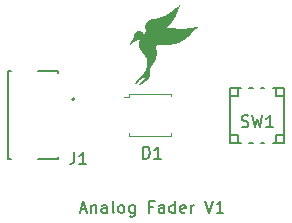
<source format=gbr>
G04 #@! TF.GenerationSoftware,KiCad,Pcbnew,(5.1.9)-1*
G04 #@! TF.CreationDate,2021-01-18T01:03:21-08:00*
G04 #@! TF.ProjectId,AnalogFaderV1,416e616c-6f67-4466-9164-657256312e6b,rev?*
G04 #@! TF.SameCoordinates,Original*
G04 #@! TF.FileFunction,Legend,Top*
G04 #@! TF.FilePolarity,Positive*
%FSLAX46Y46*%
G04 Gerber Fmt 4.6, Leading zero omitted, Abs format (unit mm)*
G04 Created by KiCad (PCBNEW (5.1.9)-1) date 2021-01-18 01:03:21*
%MOMM*%
%LPD*%
G01*
G04 APERTURE LIST*
%ADD10C,0.150000*%
%ADD11C,0.010000*%
%ADD12C,0.127000*%
%ADD13C,0.200000*%
%ADD14C,0.100000*%
G04 APERTURE END LIST*
D10*
X116431180Y-56884866D02*
X116907371Y-56884866D01*
X116335942Y-57170580D02*
X116669276Y-56170580D01*
X117002609Y-57170580D01*
X117335942Y-56503914D02*
X117335942Y-57170580D01*
X117335942Y-56599152D02*
X117383561Y-56551533D01*
X117478800Y-56503914D01*
X117621657Y-56503914D01*
X117716895Y-56551533D01*
X117764514Y-56646771D01*
X117764514Y-57170580D01*
X118669276Y-57170580D02*
X118669276Y-56646771D01*
X118621657Y-56551533D01*
X118526419Y-56503914D01*
X118335942Y-56503914D01*
X118240704Y-56551533D01*
X118669276Y-57122961D02*
X118574038Y-57170580D01*
X118335942Y-57170580D01*
X118240704Y-57122961D01*
X118193085Y-57027723D01*
X118193085Y-56932485D01*
X118240704Y-56837247D01*
X118335942Y-56789628D01*
X118574038Y-56789628D01*
X118669276Y-56742009D01*
X119288323Y-57170580D02*
X119193085Y-57122961D01*
X119145466Y-57027723D01*
X119145466Y-56170580D01*
X119812133Y-57170580D02*
X119716895Y-57122961D01*
X119669276Y-57075342D01*
X119621657Y-56980104D01*
X119621657Y-56694390D01*
X119669276Y-56599152D01*
X119716895Y-56551533D01*
X119812133Y-56503914D01*
X119954990Y-56503914D01*
X120050228Y-56551533D01*
X120097847Y-56599152D01*
X120145466Y-56694390D01*
X120145466Y-56980104D01*
X120097847Y-57075342D01*
X120050228Y-57122961D01*
X119954990Y-57170580D01*
X119812133Y-57170580D01*
X121002609Y-56503914D02*
X121002609Y-57313438D01*
X120954990Y-57408676D01*
X120907371Y-57456295D01*
X120812133Y-57503914D01*
X120669276Y-57503914D01*
X120574038Y-57456295D01*
X121002609Y-57122961D02*
X120907371Y-57170580D01*
X120716895Y-57170580D01*
X120621657Y-57122961D01*
X120574038Y-57075342D01*
X120526419Y-56980104D01*
X120526419Y-56694390D01*
X120574038Y-56599152D01*
X120621657Y-56551533D01*
X120716895Y-56503914D01*
X120907371Y-56503914D01*
X121002609Y-56551533D01*
X122574038Y-56646771D02*
X122240704Y-56646771D01*
X122240704Y-57170580D02*
X122240704Y-56170580D01*
X122716895Y-56170580D01*
X123526419Y-57170580D02*
X123526419Y-56646771D01*
X123478800Y-56551533D01*
X123383561Y-56503914D01*
X123193085Y-56503914D01*
X123097847Y-56551533D01*
X123526419Y-57122961D02*
X123431180Y-57170580D01*
X123193085Y-57170580D01*
X123097847Y-57122961D01*
X123050228Y-57027723D01*
X123050228Y-56932485D01*
X123097847Y-56837247D01*
X123193085Y-56789628D01*
X123431180Y-56789628D01*
X123526419Y-56742009D01*
X124431180Y-57170580D02*
X124431180Y-56170580D01*
X124431180Y-57122961D02*
X124335942Y-57170580D01*
X124145466Y-57170580D01*
X124050228Y-57122961D01*
X124002609Y-57075342D01*
X123954990Y-56980104D01*
X123954990Y-56694390D01*
X124002609Y-56599152D01*
X124050228Y-56551533D01*
X124145466Y-56503914D01*
X124335942Y-56503914D01*
X124431180Y-56551533D01*
X125288323Y-57122961D02*
X125193085Y-57170580D01*
X125002609Y-57170580D01*
X124907371Y-57122961D01*
X124859752Y-57027723D01*
X124859752Y-56646771D01*
X124907371Y-56551533D01*
X125002609Y-56503914D01*
X125193085Y-56503914D01*
X125288323Y-56551533D01*
X125335942Y-56646771D01*
X125335942Y-56742009D01*
X124859752Y-56837247D01*
X125764514Y-57170580D02*
X125764514Y-56503914D01*
X125764514Y-56694390D02*
X125812133Y-56599152D01*
X125859752Y-56551533D01*
X125954990Y-56503914D01*
X126050228Y-56503914D01*
X127002609Y-56170580D02*
X127335942Y-57170580D01*
X127669276Y-56170580D01*
X128526419Y-57170580D02*
X127954990Y-57170580D01*
X128240704Y-57170580D02*
X128240704Y-56170580D01*
X128145466Y-56313438D01*
X128050228Y-56408676D01*
X127954990Y-56456295D01*
D11*
G36*
X124779454Y-39584660D02*
G01*
X124779454Y-39584672D01*
X124778635Y-39586621D01*
X124776310Y-39591671D01*
X124772676Y-39599407D01*
X124767929Y-39609414D01*
X124762266Y-39621275D01*
X124755885Y-39634576D01*
X124750903Y-39644919D01*
X124705781Y-39739751D01*
X124660268Y-39837946D01*
X124614590Y-39939008D01*
X124568970Y-40042439D01*
X124523632Y-40147745D01*
X124519115Y-40158377D01*
X124508069Y-40184487D01*
X124498315Y-40207741D01*
X124489567Y-40228857D01*
X124481537Y-40248556D01*
X124473940Y-40267555D01*
X124466490Y-40286573D01*
X124458900Y-40306330D01*
X124450883Y-40327544D01*
X124442154Y-40350934D01*
X124438569Y-40360600D01*
X124428922Y-40385801D01*
X124418680Y-40410826D01*
X124407609Y-40436161D01*
X124395478Y-40462296D01*
X124382053Y-40489716D01*
X124367103Y-40518911D01*
X124350395Y-40550367D01*
X124332378Y-40583339D01*
X124284422Y-40666229D01*
X124232884Y-40747929D01*
X124177987Y-40828127D01*
X124119957Y-40906510D01*
X124059019Y-40982765D01*
X123995397Y-41056580D01*
X123977551Y-41076311D01*
X123967834Y-41087092D01*
X123960464Y-41095666D01*
X123955022Y-41102582D01*
X123951088Y-41108393D01*
X123948243Y-41113650D01*
X123947031Y-41116403D01*
X123938651Y-41133071D01*
X123928083Y-41147022D01*
X123914822Y-41158790D01*
X123898360Y-41168911D01*
X123896316Y-41169954D01*
X123891152Y-41172752D01*
X123885921Y-41176096D01*
X123880165Y-41180362D01*
X123873422Y-41185928D01*
X123865236Y-41193170D01*
X123855145Y-41202466D01*
X123844380Y-41212594D01*
X123833306Y-41222925D01*
X123822136Y-41233074D01*
X123811491Y-41242498D01*
X123801988Y-41250654D01*
X123794246Y-41257000D01*
X123790281Y-41260022D01*
X123782830Y-41265811D01*
X123773646Y-41273569D01*
X123763699Y-41282443D01*
X123753961Y-41291578D01*
X123750064Y-41295390D01*
X123740998Y-41304117D01*
X123731584Y-41312708D01*
X123722699Y-41320397D01*
X123715217Y-41326413D01*
X123712332Y-41328515D01*
X123705526Y-41333295D01*
X123696583Y-41339692D01*
X123686499Y-41346986D01*
X123676270Y-41354459D01*
X123672600Y-41357161D01*
X123647151Y-41375599D01*
X123622450Y-41392819D01*
X123599350Y-41408232D01*
X123589265Y-41414700D01*
X123569940Y-41427184D01*
X123553185Y-41438577D01*
X123539267Y-41448688D01*
X123528455Y-41457326D01*
X123524739Y-41460622D01*
X123513642Y-41470896D01*
X123520829Y-41472102D01*
X123529838Y-41473560D01*
X123542112Y-41475470D01*
X123557046Y-41477741D01*
X123574036Y-41480287D01*
X123592477Y-41483018D01*
X123611762Y-41485846D01*
X123631288Y-41488683D01*
X123650450Y-41491440D01*
X123668641Y-41494029D01*
X123685259Y-41496361D01*
X123699696Y-41498348D01*
X123708747Y-41499562D01*
X123745053Y-41504220D01*
X123778347Y-41508196D01*
X123809448Y-41511558D01*
X123839179Y-41514371D01*
X123868361Y-41516704D01*
X123897815Y-41518623D01*
X123928364Y-41520196D01*
X123960828Y-41521489D01*
X123987170Y-41522323D01*
X124008323Y-41522974D01*
X124026276Y-41523634D01*
X124041732Y-41524352D01*
X124055399Y-41525174D01*
X124067981Y-41526147D01*
X124080185Y-41527319D01*
X124092717Y-41528737D01*
X124103423Y-41530075D01*
X124197091Y-41541594D01*
X124287943Y-41551581D01*
X124376739Y-41560083D01*
X124464235Y-41567151D01*
X124551191Y-41572834D01*
X124638363Y-41577180D01*
X124726511Y-41580240D01*
X124816392Y-41582062D01*
X124908764Y-41582695D01*
X124914270Y-41582696D01*
X124982764Y-41582407D01*
X125048221Y-41581533D01*
X125111476Y-41580042D01*
X125173359Y-41577902D01*
X125234704Y-41575080D01*
X125296343Y-41571542D01*
X125359109Y-41567257D01*
X125412500Y-41563122D01*
X125453393Y-41559629D01*
X125495335Y-41555725D01*
X125537983Y-41551457D01*
X125580991Y-41546870D01*
X125624015Y-41542011D01*
X125666708Y-41536924D01*
X125708727Y-41531657D01*
X125749725Y-41526254D01*
X125789359Y-41520763D01*
X125827282Y-41515227D01*
X125863150Y-41509694D01*
X125896618Y-41504210D01*
X125927341Y-41498819D01*
X125954974Y-41493569D01*
X125979171Y-41488505D01*
X125986685Y-41486803D01*
X126020242Y-41479278D01*
X126054586Y-41472045D01*
X126088615Y-41465321D01*
X126121226Y-41459322D01*
X126151318Y-41454265D01*
X126153985Y-41453845D01*
X126167990Y-41451607D01*
X126182634Y-41449187D01*
X126196745Y-41446785D01*
X126209155Y-41444599D01*
X126217485Y-41443061D01*
X126230004Y-41440912D01*
X126239906Y-41439720D01*
X126246717Y-41439538D01*
X126248450Y-41439755D01*
X126254992Y-41441116D01*
X126245519Y-41447819D01*
X126234614Y-41455678D01*
X126221282Y-41465519D01*
X126206137Y-41476872D01*
X126189797Y-41489267D01*
X126172876Y-41502235D01*
X126155991Y-41515305D01*
X126139757Y-41528008D01*
X126124790Y-41539875D01*
X126123700Y-41540747D01*
X126045985Y-41605191D01*
X125970603Y-41672285D01*
X125897329Y-41742251D01*
X125825933Y-41815312D01*
X125756189Y-41891691D01*
X125707511Y-41948100D01*
X125687791Y-41970979D01*
X125665643Y-41995779D01*
X125641635Y-42021909D01*
X125616333Y-42048778D01*
X125590303Y-42075798D01*
X125564113Y-42102376D01*
X125538329Y-42127923D01*
X125513518Y-42151848D01*
X125497493Y-42166889D01*
X125422660Y-42234072D01*
X125347163Y-42297533D01*
X125271029Y-42357254D01*
X125194283Y-42413220D01*
X125116955Y-42465412D01*
X125039070Y-42513813D01*
X124960656Y-42558407D01*
X124881740Y-42599176D01*
X124802349Y-42636103D01*
X124722510Y-42669171D01*
X124672900Y-42687691D01*
X124633509Y-42701297D01*
X124592094Y-42714701D01*
X124549806Y-42727560D01*
X124507802Y-42739532D01*
X124467233Y-42750275D01*
X124438508Y-42757303D01*
X124426847Y-42760210D01*
X124412515Y-42764046D01*
X124396552Y-42768517D01*
X124379998Y-42773328D01*
X124363893Y-42778187D01*
X124356447Y-42780506D01*
X124267289Y-42807220D01*
X124179171Y-42830768D01*
X124091500Y-42851258D01*
X124003683Y-42868799D01*
X123915129Y-42883501D01*
X123825245Y-42895470D01*
X123733438Y-42904818D01*
X123644270Y-42911346D01*
X123626532Y-42912241D01*
X123605582Y-42913013D01*
X123582114Y-42913656D01*
X123556822Y-42914164D01*
X123530399Y-42914531D01*
X123503540Y-42914751D01*
X123476939Y-42914819D01*
X123451288Y-42914728D01*
X123427283Y-42914474D01*
X123405617Y-42914049D01*
X123388316Y-42913501D01*
X123300176Y-42908875D01*
X123214524Y-42902011D01*
X123130594Y-42892834D01*
X123047621Y-42881271D01*
X123034754Y-42879253D01*
X122994616Y-42872866D01*
X122971771Y-42877319D01*
X122927831Y-42887428D01*
X122883985Y-42900510D01*
X122840836Y-42916303D01*
X122798990Y-42934548D01*
X122759052Y-42954985D01*
X122721629Y-42977351D01*
X122692536Y-42997472D01*
X122678968Y-43007530D01*
X122683066Y-43013658D01*
X122691260Y-43028804D01*
X122697123Y-43045725D01*
X122700204Y-43062950D01*
X122700562Y-43070581D01*
X122700941Y-43077071D01*
X122702218Y-43084279D01*
X122704605Y-43093083D01*
X122708311Y-43104356D01*
X122709510Y-43107782D01*
X122728887Y-43167434D01*
X122745821Y-43229573D01*
X122760202Y-43293551D01*
X122771922Y-43358719D01*
X122780869Y-43424430D01*
X122786935Y-43490036D01*
X122790010Y-43554889D01*
X122790391Y-43585423D01*
X122788631Y-43656161D01*
X122783305Y-43727731D01*
X122774508Y-43799598D01*
X122762334Y-43871223D01*
X122746878Y-43942068D01*
X122728232Y-44011597D01*
X122706492Y-44079271D01*
X122701461Y-44093423D01*
X122696876Y-44106065D01*
X122692760Y-44117240D01*
X122688928Y-44127296D01*
X122685194Y-44136580D01*
X122681373Y-44145441D01*
X122677281Y-44154224D01*
X122672733Y-44163277D01*
X122667543Y-44172948D01*
X122661527Y-44183584D01*
X122654499Y-44195532D01*
X122646275Y-44209139D01*
X122636670Y-44224752D01*
X122625498Y-44242720D01*
X122612575Y-44263389D01*
X122601546Y-44280993D01*
X122575357Y-44322815D01*
X122551160Y-44361525D01*
X122528846Y-44397305D01*
X122508307Y-44430337D01*
X122489435Y-44460804D01*
X122472120Y-44488889D01*
X122456255Y-44514773D01*
X122441731Y-44538641D01*
X122428439Y-44560673D01*
X122416270Y-44581053D01*
X122405117Y-44599963D01*
X122394871Y-44617585D01*
X122385422Y-44634103D01*
X122376664Y-44649699D01*
X122368486Y-44664554D01*
X122360782Y-44678853D01*
X122353441Y-44692777D01*
X122346356Y-44706509D01*
X122339418Y-44720231D01*
X122334369Y-44730377D01*
X122324067Y-44751422D01*
X122315225Y-44770025D01*
X122307414Y-44787168D01*
X122300206Y-44803829D01*
X122293171Y-44820990D01*
X122285882Y-44839630D01*
X122281098Y-44852225D01*
X122261945Y-44907873D01*
X122245411Y-44965931D01*
X122231582Y-45025832D01*
X122220546Y-45087007D01*
X122212391Y-45148888D01*
X122207206Y-45210908D01*
X122205079Y-45272498D01*
X122206097Y-45333091D01*
X122206209Y-45335580D01*
X122206909Y-45350850D01*
X122207625Y-45366571D01*
X122208312Y-45381758D01*
X122208927Y-45395425D01*
X122209423Y-45406589D01*
X122209586Y-45410309D01*
X122209336Y-45448624D01*
X122205231Y-45486788D01*
X122197263Y-45524816D01*
X122185426Y-45562722D01*
X122169714Y-45600521D01*
X122150121Y-45638229D01*
X122126640Y-45675860D01*
X122099265Y-45713429D01*
X122067990Y-45750950D01*
X122062486Y-45757103D01*
X122020084Y-45802892D01*
X121978506Y-45845379D01*
X121937296Y-45884954D01*
X121896002Y-45922007D01*
X121854168Y-45956928D01*
X121811340Y-45990108D01*
X121767063Y-46021937D01*
X121720883Y-46052805D01*
X121709962Y-46059799D01*
X121695107Y-46069303D01*
X121681454Y-46078198D01*
X121668421Y-46086888D01*
X121655427Y-46095777D01*
X121641893Y-46105271D01*
X121627236Y-46115773D01*
X121610877Y-46127688D01*
X121592235Y-46141420D01*
X121584002Y-46147517D01*
X121563558Y-46162683D01*
X121545939Y-46175773D01*
X121530825Y-46187029D01*
X121517897Y-46196694D01*
X121506833Y-46205011D01*
X121497314Y-46212222D01*
X121489021Y-46218570D01*
X121481631Y-46224297D01*
X121474827Y-46229645D01*
X121468286Y-46234859D01*
X121461690Y-46240179D01*
X121461225Y-46240556D01*
X121447289Y-46251845D01*
X121436004Y-46260950D01*
X121426995Y-46268163D01*
X121419884Y-46273771D01*
X121414296Y-46278064D01*
X121409855Y-46281331D01*
X121406186Y-46283862D01*
X121402913Y-46285946D01*
X121400039Y-46287653D01*
X121393279Y-46291418D01*
X121389410Y-46293131D01*
X121388067Y-46292900D01*
X121388779Y-46291012D01*
X121390976Y-46287936D01*
X121395322Y-46282398D01*
X121401408Y-46274891D01*
X121408825Y-46265905D01*
X121417163Y-46255934D01*
X121426015Y-46245469D01*
X121434969Y-46235003D01*
X121443618Y-46225026D01*
X121444435Y-46224093D01*
X121454156Y-46213278D01*
X121466100Y-46200460D01*
X121479688Y-46186221D01*
X121494343Y-46171143D01*
X121509488Y-46155809D01*
X121524546Y-46140803D01*
X121538939Y-46126705D01*
X121552090Y-46114100D01*
X121563422Y-46103570D01*
X121567331Y-46100055D01*
X121580388Y-46088035D01*
X121595514Y-46073370D01*
X121612338Y-46056465D01*
X121630490Y-46037727D01*
X121649598Y-46017562D01*
X121669291Y-45996377D01*
X121689199Y-45974578D01*
X121708950Y-45952572D01*
X121728173Y-45930764D01*
X121746498Y-45909562D01*
X121763554Y-45889371D01*
X121778969Y-45870599D01*
X121792373Y-45853651D01*
X121792981Y-45852862D01*
X121826815Y-45806166D01*
X121858968Y-45756257D01*
X121889248Y-45703536D01*
X121917460Y-45648404D01*
X121943411Y-45591261D01*
X121966907Y-45532509D01*
X121987755Y-45472548D01*
X122005630Y-45412270D01*
X122009129Y-45399139D01*
X122012651Y-45385529D01*
X122016055Y-45372021D01*
X122019200Y-45359200D01*
X122021946Y-45347650D01*
X122024153Y-45337954D01*
X122025680Y-45330697D01*
X122026386Y-45326461D01*
X122026417Y-45325875D01*
X122025810Y-45326594D01*
X122024206Y-45330398D01*
X122021848Y-45336670D01*
X122018981Y-45344790D01*
X122018956Y-45344862D01*
X122003154Y-45385640D01*
X121984619Y-45423891D01*
X121963202Y-45459813D01*
X121938754Y-45493603D01*
X121911125Y-45525457D01*
X121880166Y-45555574D01*
X121845726Y-45584151D01*
X121827193Y-45597897D01*
X121810030Y-45609759D01*
X121792272Y-45621155D01*
X121773272Y-45632459D01*
X121752383Y-45644047D01*
X121728956Y-45656294D01*
X121708985Y-45666307D01*
X121645197Y-45699732D01*
X121581350Y-45737014D01*
X121517516Y-45778106D01*
X121453767Y-45822957D01*
X121390175Y-45871521D01*
X121326810Y-45923749D01*
X121324236Y-45925952D01*
X121310079Y-45938053D01*
X121294517Y-45951294D01*
X121278441Y-45964922D01*
X121262740Y-45978184D01*
X121248307Y-45990325D01*
X121237131Y-45999674D01*
X121223930Y-46010718D01*
X121212237Y-46020610D01*
X121201474Y-46029864D01*
X121191063Y-46038992D01*
X121180427Y-46048511D01*
X121168990Y-46058933D01*
X121156173Y-46070772D01*
X121141400Y-46084544D01*
X121133105Y-46092309D01*
X121121889Y-46102699D01*
X121110784Y-46112761D01*
X121100172Y-46122172D01*
X121090433Y-46130608D01*
X121081948Y-46137744D01*
X121075096Y-46143257D01*
X121070260Y-46146822D01*
X121067819Y-46148114D01*
X121067644Y-46148065D01*
X121068379Y-46146143D01*
X121071373Y-46141555D01*
X121076369Y-46134624D01*
X121083108Y-46125672D01*
X121091333Y-46115021D01*
X121100785Y-46102994D01*
X121111206Y-46089913D01*
X121122339Y-46076102D01*
X121133926Y-46061882D01*
X121145707Y-46047577D01*
X121157426Y-46033508D01*
X121168824Y-46019998D01*
X121179644Y-46007370D01*
X121186548Y-45999441D01*
X121202423Y-45981626D01*
X121221112Y-45961157D01*
X121242620Y-45938031D01*
X121266948Y-45912244D01*
X121294101Y-45883794D01*
X121324080Y-45852677D01*
X121356890Y-45818890D01*
X121392532Y-45782431D01*
X121431011Y-45743295D01*
X121469466Y-45704370D01*
X121480851Y-45692863D01*
X121491329Y-45682243D01*
X121501067Y-45672317D01*
X121510233Y-45662894D01*
X121518993Y-45653779D01*
X121527515Y-45644782D01*
X121535966Y-45635709D01*
X121544514Y-45626369D01*
X121553326Y-45616568D01*
X121562568Y-45606115D01*
X121572409Y-45594817D01*
X121583015Y-45582482D01*
X121594553Y-45568917D01*
X121607192Y-45553930D01*
X121621098Y-45537329D01*
X121636438Y-45518920D01*
X121653380Y-45498513D01*
X121672091Y-45475913D01*
X121692738Y-45450930D01*
X121715488Y-45423370D01*
X121740509Y-45393042D01*
X121748018Y-45383939D01*
X121764376Y-45363022D01*
X121781924Y-45338503D01*
X121794720Y-45319299D01*
X122026639Y-45319299D01*
X122026998Y-45321833D01*
X122027665Y-45321863D01*
X122028132Y-45319248D01*
X122027820Y-45318119D01*
X122026952Y-45317379D01*
X122026639Y-45319299D01*
X121794720Y-45319299D01*
X121799819Y-45311647D01*
X122028439Y-45311647D01*
X122029416Y-45312623D01*
X122030393Y-45311647D01*
X122029416Y-45310670D01*
X122028439Y-45311647D01*
X121799819Y-45311647D01*
X121800597Y-45310480D01*
X121820328Y-45279050D01*
X121829561Y-45263777D01*
X121869722Y-45193517D01*
X121906272Y-45123137D01*
X121939182Y-45052719D01*
X121968423Y-44982347D01*
X121993966Y-44912104D01*
X122015783Y-44842073D01*
X122033845Y-44772337D01*
X122048124Y-44702979D01*
X122058589Y-44634083D01*
X122063580Y-44586770D01*
X122064202Y-44578071D01*
X122064850Y-44566346D01*
X122065488Y-44552478D01*
X122066076Y-44537348D01*
X122066576Y-44521838D01*
X122066823Y-44512523D01*
X122066611Y-44441258D01*
X122062600Y-44369565D01*
X122054835Y-44297712D01*
X122043362Y-44225966D01*
X122028228Y-44154593D01*
X122009478Y-44083860D01*
X121987157Y-44014034D01*
X121975249Y-43981077D01*
X121967307Y-43961373D01*
X121957303Y-43938978D01*
X121945481Y-43914356D01*
X121932084Y-43887969D01*
X121917359Y-43860281D01*
X121901549Y-43831756D01*
X121884898Y-43802855D01*
X121867652Y-43774043D01*
X121856179Y-43755488D01*
X121845469Y-43738582D01*
X121835474Y-43723265D01*
X121825796Y-43709009D01*
X121816037Y-43695286D01*
X121805799Y-43681570D01*
X121794685Y-43667333D01*
X121782296Y-43652047D01*
X121768235Y-43635185D01*
X121752103Y-43616220D01*
X121743928Y-43606702D01*
X121734350Y-43595579D01*
X121722840Y-43582214D01*
X121710015Y-43567324D01*
X121696494Y-43551626D01*
X121682894Y-43535838D01*
X121669835Y-43520679D01*
X121663990Y-43513894D01*
X121640965Y-43487040D01*
X121620301Y-43462653D01*
X121601684Y-43440350D01*
X121584803Y-43419749D01*
X121569342Y-43400467D01*
X121554991Y-43382120D01*
X121541435Y-43364327D01*
X121538064Y-43359827D01*
X121509233Y-43320156D01*
X121483450Y-43282375D01*
X121460563Y-43246134D01*
X121440419Y-43211083D01*
X121422865Y-43176872D01*
X121407747Y-43143151D01*
X121394914Y-43109571D01*
X121384210Y-43075781D01*
X121375485Y-43041431D01*
X121368584Y-43006173D01*
X121363354Y-42969654D01*
X121361968Y-42957262D01*
X121361011Y-42945102D01*
X121360304Y-42929938D01*
X121359848Y-42912666D01*
X121359642Y-42894184D01*
X121359688Y-42875387D01*
X121359983Y-42857170D01*
X121360530Y-42840431D01*
X121361327Y-42826065D01*
X121361968Y-42818539D01*
X121370232Y-42756808D01*
X121382374Y-42695485D01*
X121398380Y-42634637D01*
X121409243Y-42600145D01*
X121413361Y-42588286D01*
X121418557Y-42574050D01*
X121424487Y-42558313D01*
X121430810Y-42541951D01*
X121437184Y-42525841D01*
X121443265Y-42510859D01*
X121448712Y-42497880D01*
X121452876Y-42488446D01*
X121455989Y-42481192D01*
X121458187Y-42475155D01*
X121459137Y-42471292D01*
X121459094Y-42470575D01*
X121457004Y-42468953D01*
X121452033Y-42466360D01*
X121444964Y-42463176D01*
X121438024Y-42460342D01*
X121401594Y-42447899D01*
X121364003Y-42438494D01*
X121325995Y-42432254D01*
X121288315Y-42429308D01*
X121258147Y-42429441D01*
X121239933Y-42430605D01*
X121221486Y-42432442D01*
X121203462Y-42434840D01*
X121186515Y-42437683D01*
X121171300Y-42440858D01*
X121158471Y-42444252D01*
X121148683Y-42447751D01*
X121146277Y-42448886D01*
X121139687Y-42451806D01*
X121131698Y-42454725D01*
X121127695Y-42455966D01*
X121122602Y-42457661D01*
X121118214Y-42459900D01*
X121113713Y-42463296D01*
X121108279Y-42468463D01*
X121101444Y-42475639D01*
X121080209Y-42497136D01*
X121057620Y-42517661D01*
X121034438Y-42536595D01*
X121011423Y-42553320D01*
X120989336Y-42567217D01*
X120987650Y-42568178D01*
X120978545Y-42573185D01*
X120969118Y-42578057D01*
X120958911Y-42582994D01*
X120947467Y-42588197D01*
X120934328Y-42593866D01*
X120919035Y-42600203D01*
X120901132Y-42607409D01*
X120880160Y-42615684D01*
X120872739Y-42618586D01*
X120848154Y-42628332D01*
X120826853Y-42637121D01*
X120808392Y-42645163D01*
X120792324Y-42652666D01*
X120778205Y-42659840D01*
X120765589Y-42666893D01*
X120754031Y-42674034D01*
X120752577Y-42674983D01*
X120728008Y-42692497D01*
X120706197Y-42711099D01*
X120686560Y-42731421D01*
X120668514Y-42754094D01*
X120651476Y-42779751D01*
X120643828Y-42792706D01*
X120639205Y-42800720D01*
X120635366Y-42807207D01*
X120632668Y-42811576D01*
X120631468Y-42813236D01*
X120631439Y-42813204D01*
X120632185Y-42810843D01*
X120634268Y-42805452D01*
X120637456Y-42797580D01*
X120641518Y-42787776D01*
X120646222Y-42776589D01*
X120651335Y-42764567D01*
X120656625Y-42752259D01*
X120661861Y-42740214D01*
X120666811Y-42728981D01*
X120670651Y-42720414D01*
X120704087Y-42650591D01*
X120740853Y-42581319D01*
X120780603Y-42513148D01*
X120822992Y-42446630D01*
X120867672Y-42382316D01*
X120914300Y-42320757D01*
X120944627Y-42283510D01*
X120964001Y-42260388D01*
X120965920Y-42246027D01*
X120966845Y-42235562D01*
X120966389Y-42226175D01*
X120964895Y-42217371D01*
X120959656Y-42182849D01*
X120957884Y-42147576D01*
X120959528Y-42112181D01*
X120964540Y-42077293D01*
X120972869Y-42043540D01*
X120980474Y-42021370D01*
X120995399Y-41988021D01*
X121013570Y-41956755D01*
X121034815Y-41927757D01*
X121058961Y-41901216D01*
X121085837Y-41877318D01*
X121115271Y-41856251D01*
X121147090Y-41838201D01*
X121150185Y-41836672D01*
X121177727Y-41824468D01*
X121204879Y-41815072D01*
X121232649Y-41808227D01*
X121262047Y-41803676D01*
X121287849Y-41801487D01*
X121300509Y-41800745D01*
X121313835Y-41799954D01*
X121326411Y-41799199D01*
X121336822Y-41798564D01*
X121338731Y-41798446D01*
X121368157Y-41798219D01*
X121399205Y-41800957D01*
X121431151Y-41806502D01*
X121463270Y-41814694D01*
X121494838Y-41825373D01*
X121525132Y-41838380D01*
X121529323Y-41840424D01*
X121554736Y-41854151D01*
X121576447Y-41868344D01*
X121594649Y-41883137D01*
X121604136Y-41892539D01*
X121612749Y-41902489D01*
X121620513Y-41913077D01*
X121627886Y-41925056D01*
X121635324Y-41939177D01*
X121643286Y-41956194D01*
X121644586Y-41959115D01*
X121653866Y-41979470D01*
X121662362Y-41996578D01*
X121670438Y-42010927D01*
X121678461Y-42023005D01*
X121686795Y-42033301D01*
X121695807Y-42042302D01*
X121705861Y-42050495D01*
X121717323Y-42058369D01*
X121720405Y-42060316D01*
X121734385Y-42069024D01*
X121749039Y-42067369D01*
X121758821Y-42065798D01*
X121769436Y-42063387D01*
X121777126Y-42061127D01*
X121783278Y-42058862D01*
X121788099Y-42056474D01*
X121792498Y-42053278D01*
X121797383Y-42048590D01*
X121803664Y-42041724D01*
X121805255Y-42039931D01*
X121833984Y-42004865D01*
X121859529Y-41968291D01*
X121881805Y-41930436D01*
X121900725Y-41891528D01*
X121916203Y-41851793D01*
X121928155Y-41811458D01*
X121936493Y-41770750D01*
X121941132Y-41729896D01*
X121941987Y-41689122D01*
X121941623Y-41679447D01*
X121940899Y-41666023D01*
X121940056Y-41653389D01*
X121939024Y-41640903D01*
X121937733Y-41627925D01*
X121936114Y-41613812D01*
X121934095Y-41597924D01*
X121931608Y-41579619D01*
X121928581Y-41558256D01*
X121927744Y-41552447D01*
X121924159Y-41527219D01*
X121921186Y-41505298D01*
X121918774Y-41486139D01*
X121916871Y-41469197D01*
X121915427Y-41453928D01*
X121914389Y-41439786D01*
X121913706Y-41426228D01*
X121913327Y-41412710D01*
X121913201Y-41398685D01*
X121913200Y-41398504D01*
X121913381Y-41377947D01*
X121914046Y-41360079D01*
X121915311Y-41343699D01*
X121917289Y-41327604D01*
X121920094Y-41310595D01*
X121923013Y-41295516D01*
X121933966Y-41250549D01*
X121948345Y-41206201D01*
X121965951Y-41162740D01*
X121986582Y-41120434D01*
X122010036Y-41079551D01*
X122036113Y-41040360D01*
X122064611Y-41003129D01*
X122095330Y-40968126D01*
X122128068Y-40935618D01*
X122162624Y-40905875D01*
X122198797Y-40879165D01*
X122236386Y-40855755D01*
X122263561Y-40841412D01*
X122284909Y-40831364D01*
X122304397Y-40823111D01*
X122323335Y-40816161D01*
X122343030Y-40810021D01*
X122357351Y-40806103D01*
X122370542Y-40802782D01*
X122383481Y-40799812D01*
X122396574Y-40797139D01*
X122410227Y-40794712D01*
X122424848Y-40792478D01*
X122440840Y-40790385D01*
X122458612Y-40788381D01*
X122478569Y-40786414D01*
X122501116Y-40784431D01*
X122526661Y-40782380D01*
X122555610Y-40780209D01*
X122562816Y-40779686D01*
X122591329Y-40777592D01*
X122616409Y-40775655D01*
X122638524Y-40773805D01*
X122658143Y-40771970D01*
X122675732Y-40770081D01*
X122691761Y-40768067D01*
X122706697Y-40765857D01*
X122721008Y-40763382D01*
X122735163Y-40760569D01*
X122749629Y-40757350D01*
X122764874Y-40753653D01*
X122781367Y-40749408D01*
X122799576Y-40744544D01*
X122803937Y-40743363D01*
X122827828Y-40736676D01*
X122854909Y-40728736D01*
X122884720Y-40719691D01*
X122916804Y-40709693D01*
X122950704Y-40698891D01*
X122985962Y-40687435D01*
X123022118Y-40675476D01*
X123058717Y-40663164D01*
X123095300Y-40650648D01*
X123131408Y-40638079D01*
X123166585Y-40625606D01*
X123199770Y-40613601D01*
X123284479Y-40581059D01*
X123370462Y-40544948D01*
X123457595Y-40505348D01*
X123545752Y-40462341D01*
X123634808Y-40416007D01*
X123724638Y-40366425D01*
X123815119Y-40313676D01*
X123906124Y-40257840D01*
X123997528Y-40198999D01*
X124089208Y-40137231D01*
X124181039Y-40072617D01*
X124272894Y-40005239D01*
X124364650Y-39935175D01*
X124456182Y-39862506D01*
X124547364Y-39787313D01*
X124638072Y-39709675D01*
X124724625Y-39632887D01*
X124738688Y-39620194D01*
X124750123Y-39609885D01*
X124759201Y-39601721D01*
X124766192Y-39595464D01*
X124771366Y-39590877D01*
X124774994Y-39587721D01*
X124777346Y-39585760D01*
X124778693Y-39584754D01*
X124779306Y-39584467D01*
X124779454Y-39584660D01*
G37*
X124779454Y-39584660D02*
X124779454Y-39584672D01*
X124778635Y-39586621D01*
X124776310Y-39591671D01*
X124772676Y-39599407D01*
X124767929Y-39609414D01*
X124762266Y-39621275D01*
X124755885Y-39634576D01*
X124750903Y-39644919D01*
X124705781Y-39739751D01*
X124660268Y-39837946D01*
X124614590Y-39939008D01*
X124568970Y-40042439D01*
X124523632Y-40147745D01*
X124519115Y-40158377D01*
X124508069Y-40184487D01*
X124498315Y-40207741D01*
X124489567Y-40228857D01*
X124481537Y-40248556D01*
X124473940Y-40267555D01*
X124466490Y-40286573D01*
X124458900Y-40306330D01*
X124450883Y-40327544D01*
X124442154Y-40350934D01*
X124438569Y-40360600D01*
X124428922Y-40385801D01*
X124418680Y-40410826D01*
X124407609Y-40436161D01*
X124395478Y-40462296D01*
X124382053Y-40489716D01*
X124367103Y-40518911D01*
X124350395Y-40550367D01*
X124332378Y-40583339D01*
X124284422Y-40666229D01*
X124232884Y-40747929D01*
X124177987Y-40828127D01*
X124119957Y-40906510D01*
X124059019Y-40982765D01*
X123995397Y-41056580D01*
X123977551Y-41076311D01*
X123967834Y-41087092D01*
X123960464Y-41095666D01*
X123955022Y-41102582D01*
X123951088Y-41108393D01*
X123948243Y-41113650D01*
X123947031Y-41116403D01*
X123938651Y-41133071D01*
X123928083Y-41147022D01*
X123914822Y-41158790D01*
X123898360Y-41168911D01*
X123896316Y-41169954D01*
X123891152Y-41172752D01*
X123885921Y-41176096D01*
X123880165Y-41180362D01*
X123873422Y-41185928D01*
X123865236Y-41193170D01*
X123855145Y-41202466D01*
X123844380Y-41212594D01*
X123833306Y-41222925D01*
X123822136Y-41233074D01*
X123811491Y-41242498D01*
X123801988Y-41250654D01*
X123794246Y-41257000D01*
X123790281Y-41260022D01*
X123782830Y-41265811D01*
X123773646Y-41273569D01*
X123763699Y-41282443D01*
X123753961Y-41291578D01*
X123750064Y-41295390D01*
X123740998Y-41304117D01*
X123731584Y-41312708D01*
X123722699Y-41320397D01*
X123715217Y-41326413D01*
X123712332Y-41328515D01*
X123705526Y-41333295D01*
X123696583Y-41339692D01*
X123686499Y-41346986D01*
X123676270Y-41354459D01*
X123672600Y-41357161D01*
X123647151Y-41375599D01*
X123622450Y-41392819D01*
X123599350Y-41408232D01*
X123589265Y-41414700D01*
X123569940Y-41427184D01*
X123553185Y-41438577D01*
X123539267Y-41448688D01*
X123528455Y-41457326D01*
X123524739Y-41460622D01*
X123513642Y-41470896D01*
X123520829Y-41472102D01*
X123529838Y-41473560D01*
X123542112Y-41475470D01*
X123557046Y-41477741D01*
X123574036Y-41480287D01*
X123592477Y-41483018D01*
X123611762Y-41485846D01*
X123631288Y-41488683D01*
X123650450Y-41491440D01*
X123668641Y-41494029D01*
X123685259Y-41496361D01*
X123699696Y-41498348D01*
X123708747Y-41499562D01*
X123745053Y-41504220D01*
X123778347Y-41508196D01*
X123809448Y-41511558D01*
X123839179Y-41514371D01*
X123868361Y-41516704D01*
X123897815Y-41518623D01*
X123928364Y-41520196D01*
X123960828Y-41521489D01*
X123987170Y-41522323D01*
X124008323Y-41522974D01*
X124026276Y-41523634D01*
X124041732Y-41524352D01*
X124055399Y-41525174D01*
X124067981Y-41526147D01*
X124080185Y-41527319D01*
X124092717Y-41528737D01*
X124103423Y-41530075D01*
X124197091Y-41541594D01*
X124287943Y-41551581D01*
X124376739Y-41560083D01*
X124464235Y-41567151D01*
X124551191Y-41572834D01*
X124638363Y-41577180D01*
X124726511Y-41580240D01*
X124816392Y-41582062D01*
X124908764Y-41582695D01*
X124914270Y-41582696D01*
X124982764Y-41582407D01*
X125048221Y-41581533D01*
X125111476Y-41580042D01*
X125173359Y-41577902D01*
X125234704Y-41575080D01*
X125296343Y-41571542D01*
X125359109Y-41567257D01*
X125412500Y-41563122D01*
X125453393Y-41559629D01*
X125495335Y-41555725D01*
X125537983Y-41551457D01*
X125580991Y-41546870D01*
X125624015Y-41542011D01*
X125666708Y-41536924D01*
X125708727Y-41531657D01*
X125749725Y-41526254D01*
X125789359Y-41520763D01*
X125827282Y-41515227D01*
X125863150Y-41509694D01*
X125896618Y-41504210D01*
X125927341Y-41498819D01*
X125954974Y-41493569D01*
X125979171Y-41488505D01*
X125986685Y-41486803D01*
X126020242Y-41479278D01*
X126054586Y-41472045D01*
X126088615Y-41465321D01*
X126121226Y-41459322D01*
X126151318Y-41454265D01*
X126153985Y-41453845D01*
X126167990Y-41451607D01*
X126182634Y-41449187D01*
X126196745Y-41446785D01*
X126209155Y-41444599D01*
X126217485Y-41443061D01*
X126230004Y-41440912D01*
X126239906Y-41439720D01*
X126246717Y-41439538D01*
X126248450Y-41439755D01*
X126254992Y-41441116D01*
X126245519Y-41447819D01*
X126234614Y-41455678D01*
X126221282Y-41465519D01*
X126206137Y-41476872D01*
X126189797Y-41489267D01*
X126172876Y-41502235D01*
X126155991Y-41515305D01*
X126139757Y-41528008D01*
X126124790Y-41539875D01*
X126123700Y-41540747D01*
X126045985Y-41605191D01*
X125970603Y-41672285D01*
X125897329Y-41742251D01*
X125825933Y-41815312D01*
X125756189Y-41891691D01*
X125707511Y-41948100D01*
X125687791Y-41970979D01*
X125665643Y-41995779D01*
X125641635Y-42021909D01*
X125616333Y-42048778D01*
X125590303Y-42075798D01*
X125564113Y-42102376D01*
X125538329Y-42127923D01*
X125513518Y-42151848D01*
X125497493Y-42166889D01*
X125422660Y-42234072D01*
X125347163Y-42297533D01*
X125271029Y-42357254D01*
X125194283Y-42413220D01*
X125116955Y-42465412D01*
X125039070Y-42513813D01*
X124960656Y-42558407D01*
X124881740Y-42599176D01*
X124802349Y-42636103D01*
X124722510Y-42669171D01*
X124672900Y-42687691D01*
X124633509Y-42701297D01*
X124592094Y-42714701D01*
X124549806Y-42727560D01*
X124507802Y-42739532D01*
X124467233Y-42750275D01*
X124438508Y-42757303D01*
X124426847Y-42760210D01*
X124412515Y-42764046D01*
X124396552Y-42768517D01*
X124379998Y-42773328D01*
X124363893Y-42778187D01*
X124356447Y-42780506D01*
X124267289Y-42807220D01*
X124179171Y-42830768D01*
X124091500Y-42851258D01*
X124003683Y-42868799D01*
X123915129Y-42883501D01*
X123825245Y-42895470D01*
X123733438Y-42904818D01*
X123644270Y-42911346D01*
X123626532Y-42912241D01*
X123605582Y-42913013D01*
X123582114Y-42913656D01*
X123556822Y-42914164D01*
X123530399Y-42914531D01*
X123503540Y-42914751D01*
X123476939Y-42914819D01*
X123451288Y-42914728D01*
X123427283Y-42914474D01*
X123405617Y-42914049D01*
X123388316Y-42913501D01*
X123300176Y-42908875D01*
X123214524Y-42902011D01*
X123130594Y-42892834D01*
X123047621Y-42881271D01*
X123034754Y-42879253D01*
X122994616Y-42872866D01*
X122971771Y-42877319D01*
X122927831Y-42887428D01*
X122883985Y-42900510D01*
X122840836Y-42916303D01*
X122798990Y-42934548D01*
X122759052Y-42954985D01*
X122721629Y-42977351D01*
X122692536Y-42997472D01*
X122678968Y-43007530D01*
X122683066Y-43013658D01*
X122691260Y-43028804D01*
X122697123Y-43045725D01*
X122700204Y-43062950D01*
X122700562Y-43070581D01*
X122700941Y-43077071D01*
X122702218Y-43084279D01*
X122704605Y-43093083D01*
X122708311Y-43104356D01*
X122709510Y-43107782D01*
X122728887Y-43167434D01*
X122745821Y-43229573D01*
X122760202Y-43293551D01*
X122771922Y-43358719D01*
X122780869Y-43424430D01*
X122786935Y-43490036D01*
X122790010Y-43554889D01*
X122790391Y-43585423D01*
X122788631Y-43656161D01*
X122783305Y-43727731D01*
X122774508Y-43799598D01*
X122762334Y-43871223D01*
X122746878Y-43942068D01*
X122728232Y-44011597D01*
X122706492Y-44079271D01*
X122701461Y-44093423D01*
X122696876Y-44106065D01*
X122692760Y-44117240D01*
X122688928Y-44127296D01*
X122685194Y-44136580D01*
X122681373Y-44145441D01*
X122677281Y-44154224D01*
X122672733Y-44163277D01*
X122667543Y-44172948D01*
X122661527Y-44183584D01*
X122654499Y-44195532D01*
X122646275Y-44209139D01*
X122636670Y-44224752D01*
X122625498Y-44242720D01*
X122612575Y-44263389D01*
X122601546Y-44280993D01*
X122575357Y-44322815D01*
X122551160Y-44361525D01*
X122528846Y-44397305D01*
X122508307Y-44430337D01*
X122489435Y-44460804D01*
X122472120Y-44488889D01*
X122456255Y-44514773D01*
X122441731Y-44538641D01*
X122428439Y-44560673D01*
X122416270Y-44581053D01*
X122405117Y-44599963D01*
X122394871Y-44617585D01*
X122385422Y-44634103D01*
X122376664Y-44649699D01*
X122368486Y-44664554D01*
X122360782Y-44678853D01*
X122353441Y-44692777D01*
X122346356Y-44706509D01*
X122339418Y-44720231D01*
X122334369Y-44730377D01*
X122324067Y-44751422D01*
X122315225Y-44770025D01*
X122307414Y-44787168D01*
X122300206Y-44803829D01*
X122293171Y-44820990D01*
X122285882Y-44839630D01*
X122281098Y-44852225D01*
X122261945Y-44907873D01*
X122245411Y-44965931D01*
X122231582Y-45025832D01*
X122220546Y-45087007D01*
X122212391Y-45148888D01*
X122207206Y-45210908D01*
X122205079Y-45272498D01*
X122206097Y-45333091D01*
X122206209Y-45335580D01*
X122206909Y-45350850D01*
X122207625Y-45366571D01*
X122208312Y-45381758D01*
X122208927Y-45395425D01*
X122209423Y-45406589D01*
X122209586Y-45410309D01*
X122209336Y-45448624D01*
X122205231Y-45486788D01*
X122197263Y-45524816D01*
X122185426Y-45562722D01*
X122169714Y-45600521D01*
X122150121Y-45638229D01*
X122126640Y-45675860D01*
X122099265Y-45713429D01*
X122067990Y-45750950D01*
X122062486Y-45757103D01*
X122020084Y-45802892D01*
X121978506Y-45845379D01*
X121937296Y-45884954D01*
X121896002Y-45922007D01*
X121854168Y-45956928D01*
X121811340Y-45990108D01*
X121767063Y-46021937D01*
X121720883Y-46052805D01*
X121709962Y-46059799D01*
X121695107Y-46069303D01*
X121681454Y-46078198D01*
X121668421Y-46086888D01*
X121655427Y-46095777D01*
X121641893Y-46105271D01*
X121627236Y-46115773D01*
X121610877Y-46127688D01*
X121592235Y-46141420D01*
X121584002Y-46147517D01*
X121563558Y-46162683D01*
X121545939Y-46175773D01*
X121530825Y-46187029D01*
X121517897Y-46196694D01*
X121506833Y-46205011D01*
X121497314Y-46212222D01*
X121489021Y-46218570D01*
X121481631Y-46224297D01*
X121474827Y-46229645D01*
X121468286Y-46234859D01*
X121461690Y-46240179D01*
X121461225Y-46240556D01*
X121447289Y-46251845D01*
X121436004Y-46260950D01*
X121426995Y-46268163D01*
X121419884Y-46273771D01*
X121414296Y-46278064D01*
X121409855Y-46281331D01*
X121406186Y-46283862D01*
X121402913Y-46285946D01*
X121400039Y-46287653D01*
X121393279Y-46291418D01*
X121389410Y-46293131D01*
X121388067Y-46292900D01*
X121388779Y-46291012D01*
X121390976Y-46287936D01*
X121395322Y-46282398D01*
X121401408Y-46274891D01*
X121408825Y-46265905D01*
X121417163Y-46255934D01*
X121426015Y-46245469D01*
X121434969Y-46235003D01*
X121443618Y-46225026D01*
X121444435Y-46224093D01*
X121454156Y-46213278D01*
X121466100Y-46200460D01*
X121479688Y-46186221D01*
X121494343Y-46171143D01*
X121509488Y-46155809D01*
X121524546Y-46140803D01*
X121538939Y-46126705D01*
X121552090Y-46114100D01*
X121563422Y-46103570D01*
X121567331Y-46100055D01*
X121580388Y-46088035D01*
X121595514Y-46073370D01*
X121612338Y-46056465D01*
X121630490Y-46037727D01*
X121649598Y-46017562D01*
X121669291Y-45996377D01*
X121689199Y-45974578D01*
X121708950Y-45952572D01*
X121728173Y-45930764D01*
X121746498Y-45909562D01*
X121763554Y-45889371D01*
X121778969Y-45870599D01*
X121792373Y-45853651D01*
X121792981Y-45852862D01*
X121826815Y-45806166D01*
X121858968Y-45756257D01*
X121889248Y-45703536D01*
X121917460Y-45648404D01*
X121943411Y-45591261D01*
X121966907Y-45532509D01*
X121987755Y-45472548D01*
X122005630Y-45412270D01*
X122009129Y-45399139D01*
X122012651Y-45385529D01*
X122016055Y-45372021D01*
X122019200Y-45359200D01*
X122021946Y-45347650D01*
X122024153Y-45337954D01*
X122025680Y-45330697D01*
X122026386Y-45326461D01*
X122026417Y-45325875D01*
X122025810Y-45326594D01*
X122024206Y-45330398D01*
X122021848Y-45336670D01*
X122018981Y-45344790D01*
X122018956Y-45344862D01*
X122003154Y-45385640D01*
X121984619Y-45423891D01*
X121963202Y-45459813D01*
X121938754Y-45493603D01*
X121911125Y-45525457D01*
X121880166Y-45555574D01*
X121845726Y-45584151D01*
X121827193Y-45597897D01*
X121810030Y-45609759D01*
X121792272Y-45621155D01*
X121773272Y-45632459D01*
X121752383Y-45644047D01*
X121728956Y-45656294D01*
X121708985Y-45666307D01*
X121645197Y-45699732D01*
X121581350Y-45737014D01*
X121517516Y-45778106D01*
X121453767Y-45822957D01*
X121390175Y-45871521D01*
X121326810Y-45923749D01*
X121324236Y-45925952D01*
X121310079Y-45938053D01*
X121294517Y-45951294D01*
X121278441Y-45964922D01*
X121262740Y-45978184D01*
X121248307Y-45990325D01*
X121237131Y-45999674D01*
X121223930Y-46010718D01*
X121212237Y-46020610D01*
X121201474Y-46029864D01*
X121191063Y-46038992D01*
X121180427Y-46048511D01*
X121168990Y-46058933D01*
X121156173Y-46070772D01*
X121141400Y-46084544D01*
X121133105Y-46092309D01*
X121121889Y-46102699D01*
X121110784Y-46112761D01*
X121100172Y-46122172D01*
X121090433Y-46130608D01*
X121081948Y-46137744D01*
X121075096Y-46143257D01*
X121070260Y-46146822D01*
X121067819Y-46148114D01*
X121067644Y-46148065D01*
X121068379Y-46146143D01*
X121071373Y-46141555D01*
X121076369Y-46134624D01*
X121083108Y-46125672D01*
X121091333Y-46115021D01*
X121100785Y-46102994D01*
X121111206Y-46089913D01*
X121122339Y-46076102D01*
X121133926Y-46061882D01*
X121145707Y-46047577D01*
X121157426Y-46033508D01*
X121168824Y-46019998D01*
X121179644Y-46007370D01*
X121186548Y-45999441D01*
X121202423Y-45981626D01*
X121221112Y-45961157D01*
X121242620Y-45938031D01*
X121266948Y-45912244D01*
X121294101Y-45883794D01*
X121324080Y-45852677D01*
X121356890Y-45818890D01*
X121392532Y-45782431D01*
X121431011Y-45743295D01*
X121469466Y-45704370D01*
X121480851Y-45692863D01*
X121491329Y-45682243D01*
X121501067Y-45672317D01*
X121510233Y-45662894D01*
X121518993Y-45653779D01*
X121527515Y-45644782D01*
X121535966Y-45635709D01*
X121544514Y-45626369D01*
X121553326Y-45616568D01*
X121562568Y-45606115D01*
X121572409Y-45594817D01*
X121583015Y-45582482D01*
X121594553Y-45568917D01*
X121607192Y-45553930D01*
X121621098Y-45537329D01*
X121636438Y-45518920D01*
X121653380Y-45498513D01*
X121672091Y-45475913D01*
X121692738Y-45450930D01*
X121715488Y-45423370D01*
X121740509Y-45393042D01*
X121748018Y-45383939D01*
X121764376Y-45363022D01*
X121781924Y-45338503D01*
X121794720Y-45319299D01*
X122026639Y-45319299D01*
X122026998Y-45321833D01*
X122027665Y-45321863D01*
X122028132Y-45319248D01*
X122027820Y-45318119D01*
X122026952Y-45317379D01*
X122026639Y-45319299D01*
X121794720Y-45319299D01*
X121799819Y-45311647D01*
X122028439Y-45311647D01*
X122029416Y-45312623D01*
X122030393Y-45311647D01*
X122029416Y-45310670D01*
X122028439Y-45311647D01*
X121799819Y-45311647D01*
X121800597Y-45310480D01*
X121820328Y-45279050D01*
X121829561Y-45263777D01*
X121869722Y-45193517D01*
X121906272Y-45123137D01*
X121939182Y-45052719D01*
X121968423Y-44982347D01*
X121993966Y-44912104D01*
X122015783Y-44842073D01*
X122033845Y-44772337D01*
X122048124Y-44702979D01*
X122058589Y-44634083D01*
X122063580Y-44586770D01*
X122064202Y-44578071D01*
X122064850Y-44566346D01*
X122065488Y-44552478D01*
X122066076Y-44537348D01*
X122066576Y-44521838D01*
X122066823Y-44512523D01*
X122066611Y-44441258D01*
X122062600Y-44369565D01*
X122054835Y-44297712D01*
X122043362Y-44225966D01*
X122028228Y-44154593D01*
X122009478Y-44083860D01*
X121987157Y-44014034D01*
X121975249Y-43981077D01*
X121967307Y-43961373D01*
X121957303Y-43938978D01*
X121945481Y-43914356D01*
X121932084Y-43887969D01*
X121917359Y-43860281D01*
X121901549Y-43831756D01*
X121884898Y-43802855D01*
X121867652Y-43774043D01*
X121856179Y-43755488D01*
X121845469Y-43738582D01*
X121835474Y-43723265D01*
X121825796Y-43709009D01*
X121816037Y-43695286D01*
X121805799Y-43681570D01*
X121794685Y-43667333D01*
X121782296Y-43652047D01*
X121768235Y-43635185D01*
X121752103Y-43616220D01*
X121743928Y-43606702D01*
X121734350Y-43595579D01*
X121722840Y-43582214D01*
X121710015Y-43567324D01*
X121696494Y-43551626D01*
X121682894Y-43535838D01*
X121669835Y-43520679D01*
X121663990Y-43513894D01*
X121640965Y-43487040D01*
X121620301Y-43462653D01*
X121601684Y-43440350D01*
X121584803Y-43419749D01*
X121569342Y-43400467D01*
X121554991Y-43382120D01*
X121541435Y-43364327D01*
X121538064Y-43359827D01*
X121509233Y-43320156D01*
X121483450Y-43282375D01*
X121460563Y-43246134D01*
X121440419Y-43211083D01*
X121422865Y-43176872D01*
X121407747Y-43143151D01*
X121394914Y-43109571D01*
X121384210Y-43075781D01*
X121375485Y-43041431D01*
X121368584Y-43006173D01*
X121363354Y-42969654D01*
X121361968Y-42957262D01*
X121361011Y-42945102D01*
X121360304Y-42929938D01*
X121359848Y-42912666D01*
X121359642Y-42894184D01*
X121359688Y-42875387D01*
X121359983Y-42857170D01*
X121360530Y-42840431D01*
X121361327Y-42826065D01*
X121361968Y-42818539D01*
X121370232Y-42756808D01*
X121382374Y-42695485D01*
X121398380Y-42634637D01*
X121409243Y-42600145D01*
X121413361Y-42588286D01*
X121418557Y-42574050D01*
X121424487Y-42558313D01*
X121430810Y-42541951D01*
X121437184Y-42525841D01*
X121443265Y-42510859D01*
X121448712Y-42497880D01*
X121452876Y-42488446D01*
X121455989Y-42481192D01*
X121458187Y-42475155D01*
X121459137Y-42471292D01*
X121459094Y-42470575D01*
X121457004Y-42468953D01*
X121452033Y-42466360D01*
X121444964Y-42463176D01*
X121438024Y-42460342D01*
X121401594Y-42447899D01*
X121364003Y-42438494D01*
X121325995Y-42432254D01*
X121288315Y-42429308D01*
X121258147Y-42429441D01*
X121239933Y-42430605D01*
X121221486Y-42432442D01*
X121203462Y-42434840D01*
X121186515Y-42437683D01*
X121171300Y-42440858D01*
X121158471Y-42444252D01*
X121148683Y-42447751D01*
X121146277Y-42448886D01*
X121139687Y-42451806D01*
X121131698Y-42454725D01*
X121127695Y-42455966D01*
X121122602Y-42457661D01*
X121118214Y-42459900D01*
X121113713Y-42463296D01*
X121108279Y-42468463D01*
X121101444Y-42475639D01*
X121080209Y-42497136D01*
X121057620Y-42517661D01*
X121034438Y-42536595D01*
X121011423Y-42553320D01*
X120989336Y-42567217D01*
X120987650Y-42568178D01*
X120978545Y-42573185D01*
X120969118Y-42578057D01*
X120958911Y-42582994D01*
X120947467Y-42588197D01*
X120934328Y-42593866D01*
X120919035Y-42600203D01*
X120901132Y-42607409D01*
X120880160Y-42615684D01*
X120872739Y-42618586D01*
X120848154Y-42628332D01*
X120826853Y-42637121D01*
X120808392Y-42645163D01*
X120792324Y-42652666D01*
X120778205Y-42659840D01*
X120765589Y-42666893D01*
X120754031Y-42674034D01*
X120752577Y-42674983D01*
X120728008Y-42692497D01*
X120706197Y-42711099D01*
X120686560Y-42731421D01*
X120668514Y-42754094D01*
X120651476Y-42779751D01*
X120643828Y-42792706D01*
X120639205Y-42800720D01*
X120635366Y-42807207D01*
X120632668Y-42811576D01*
X120631468Y-42813236D01*
X120631439Y-42813204D01*
X120632185Y-42810843D01*
X120634268Y-42805452D01*
X120637456Y-42797580D01*
X120641518Y-42787776D01*
X120646222Y-42776589D01*
X120651335Y-42764567D01*
X120656625Y-42752259D01*
X120661861Y-42740214D01*
X120666811Y-42728981D01*
X120670651Y-42720414D01*
X120704087Y-42650591D01*
X120740853Y-42581319D01*
X120780603Y-42513148D01*
X120822992Y-42446630D01*
X120867672Y-42382316D01*
X120914300Y-42320757D01*
X120944627Y-42283510D01*
X120964001Y-42260388D01*
X120965920Y-42246027D01*
X120966845Y-42235562D01*
X120966389Y-42226175D01*
X120964895Y-42217371D01*
X120959656Y-42182849D01*
X120957884Y-42147576D01*
X120959528Y-42112181D01*
X120964540Y-42077293D01*
X120972869Y-42043540D01*
X120980474Y-42021370D01*
X120995399Y-41988021D01*
X121013570Y-41956755D01*
X121034815Y-41927757D01*
X121058961Y-41901216D01*
X121085837Y-41877318D01*
X121115271Y-41856251D01*
X121147090Y-41838201D01*
X121150185Y-41836672D01*
X121177727Y-41824468D01*
X121204879Y-41815072D01*
X121232649Y-41808227D01*
X121262047Y-41803676D01*
X121287849Y-41801487D01*
X121300509Y-41800745D01*
X121313835Y-41799954D01*
X121326411Y-41799199D01*
X121336822Y-41798564D01*
X121338731Y-41798446D01*
X121368157Y-41798219D01*
X121399205Y-41800957D01*
X121431151Y-41806502D01*
X121463270Y-41814694D01*
X121494838Y-41825373D01*
X121525132Y-41838380D01*
X121529323Y-41840424D01*
X121554736Y-41854151D01*
X121576447Y-41868344D01*
X121594649Y-41883137D01*
X121604136Y-41892539D01*
X121612749Y-41902489D01*
X121620513Y-41913077D01*
X121627886Y-41925056D01*
X121635324Y-41939177D01*
X121643286Y-41956194D01*
X121644586Y-41959115D01*
X121653866Y-41979470D01*
X121662362Y-41996578D01*
X121670438Y-42010927D01*
X121678461Y-42023005D01*
X121686795Y-42033301D01*
X121695807Y-42042302D01*
X121705861Y-42050495D01*
X121717323Y-42058369D01*
X121720405Y-42060316D01*
X121734385Y-42069024D01*
X121749039Y-42067369D01*
X121758821Y-42065798D01*
X121769436Y-42063387D01*
X121777126Y-42061127D01*
X121783278Y-42058862D01*
X121788099Y-42056474D01*
X121792498Y-42053278D01*
X121797383Y-42048590D01*
X121803664Y-42041724D01*
X121805255Y-42039931D01*
X121833984Y-42004865D01*
X121859529Y-41968291D01*
X121881805Y-41930436D01*
X121900725Y-41891528D01*
X121916203Y-41851793D01*
X121928155Y-41811458D01*
X121936493Y-41770750D01*
X121941132Y-41729896D01*
X121941987Y-41689122D01*
X121941623Y-41679447D01*
X121940899Y-41666023D01*
X121940056Y-41653389D01*
X121939024Y-41640903D01*
X121937733Y-41627925D01*
X121936114Y-41613812D01*
X121934095Y-41597924D01*
X121931608Y-41579619D01*
X121928581Y-41558256D01*
X121927744Y-41552447D01*
X121924159Y-41527219D01*
X121921186Y-41505298D01*
X121918774Y-41486139D01*
X121916871Y-41469197D01*
X121915427Y-41453928D01*
X121914389Y-41439786D01*
X121913706Y-41426228D01*
X121913327Y-41412710D01*
X121913201Y-41398685D01*
X121913200Y-41398504D01*
X121913381Y-41377947D01*
X121914046Y-41360079D01*
X121915311Y-41343699D01*
X121917289Y-41327604D01*
X121920094Y-41310595D01*
X121923013Y-41295516D01*
X121933966Y-41250549D01*
X121948345Y-41206201D01*
X121965951Y-41162740D01*
X121986582Y-41120434D01*
X122010036Y-41079551D01*
X122036113Y-41040360D01*
X122064611Y-41003129D01*
X122095330Y-40968126D01*
X122128068Y-40935618D01*
X122162624Y-40905875D01*
X122198797Y-40879165D01*
X122236386Y-40855755D01*
X122263561Y-40841412D01*
X122284909Y-40831364D01*
X122304397Y-40823111D01*
X122323335Y-40816161D01*
X122343030Y-40810021D01*
X122357351Y-40806103D01*
X122370542Y-40802782D01*
X122383481Y-40799812D01*
X122396574Y-40797139D01*
X122410227Y-40794712D01*
X122424848Y-40792478D01*
X122440840Y-40790385D01*
X122458612Y-40788381D01*
X122478569Y-40786414D01*
X122501116Y-40784431D01*
X122526661Y-40782380D01*
X122555610Y-40780209D01*
X122562816Y-40779686D01*
X122591329Y-40777592D01*
X122616409Y-40775655D01*
X122638524Y-40773805D01*
X122658143Y-40771970D01*
X122675732Y-40770081D01*
X122691761Y-40768067D01*
X122706697Y-40765857D01*
X122721008Y-40763382D01*
X122735163Y-40760569D01*
X122749629Y-40757350D01*
X122764874Y-40753653D01*
X122781367Y-40749408D01*
X122799576Y-40744544D01*
X122803937Y-40743363D01*
X122827828Y-40736676D01*
X122854909Y-40728736D01*
X122884720Y-40719691D01*
X122916804Y-40709693D01*
X122950704Y-40698891D01*
X122985962Y-40687435D01*
X123022118Y-40675476D01*
X123058717Y-40663164D01*
X123095300Y-40650648D01*
X123131408Y-40638079D01*
X123166585Y-40625606D01*
X123199770Y-40613601D01*
X123284479Y-40581059D01*
X123370462Y-40544948D01*
X123457595Y-40505348D01*
X123545752Y-40462341D01*
X123634808Y-40416007D01*
X123724638Y-40366425D01*
X123815119Y-40313676D01*
X123906124Y-40257840D01*
X123997528Y-40198999D01*
X124089208Y-40137231D01*
X124181039Y-40072617D01*
X124272894Y-40005239D01*
X124364650Y-39935175D01*
X124456182Y-39862506D01*
X124547364Y-39787313D01*
X124638072Y-39709675D01*
X124724625Y-39632887D01*
X124738688Y-39620194D01*
X124750123Y-39609885D01*
X124759201Y-39601721D01*
X124766192Y-39595464D01*
X124771366Y-39590877D01*
X124774994Y-39587721D01*
X124777346Y-39585760D01*
X124778693Y-39584754D01*
X124779306Y-39584467D01*
X124779454Y-39584660D01*
G36*
X120630265Y-42819195D02*
G01*
X120628957Y-42823422D01*
X120627311Y-42827820D01*
X120624470Y-42835175D01*
X120621118Y-42844133D01*
X120618341Y-42851754D01*
X120615712Y-42858681D01*
X120613340Y-42864211D01*
X120611698Y-42867251D01*
X120611584Y-42867385D01*
X120611368Y-42866568D01*
X120612312Y-42862772D01*
X120614226Y-42856685D01*
X120615687Y-42852431D01*
X120619956Y-42840664D01*
X120623765Y-42830836D01*
X120626919Y-42823409D01*
X120629223Y-42818845D01*
X120630364Y-42817562D01*
X120630265Y-42819195D01*
G37*
X120630265Y-42819195D02*
X120628957Y-42823422D01*
X120627311Y-42827820D01*
X120624470Y-42835175D01*
X120621118Y-42844133D01*
X120618341Y-42851754D01*
X120615712Y-42858681D01*
X120613340Y-42864211D01*
X120611698Y-42867251D01*
X120611584Y-42867385D01*
X120611368Y-42866568D01*
X120612312Y-42862772D01*
X120614226Y-42856685D01*
X120615687Y-42852431D01*
X120619956Y-42840664D01*
X120623765Y-42830836D01*
X120626919Y-42823409D01*
X120629223Y-42818845D01*
X120630364Y-42817562D01*
X120630265Y-42819195D01*
D12*
X114556900Y-45189900D02*
X112801900Y-45189900D01*
X114556900Y-52589900D02*
X112801900Y-52589900D01*
X114556900Y-45189900D02*
X114556900Y-45369900D01*
X114556900Y-52589900D02*
X114556900Y-52409900D01*
X110256900Y-45189900D02*
X110526900Y-45189900D01*
X110526900Y-52589900D02*
X110256900Y-52589900D01*
X110256900Y-45189900D02*
X110256900Y-52589900D01*
D13*
X115906900Y-47539900D02*
G75*
G03*
X115906900Y-47539900I-100000J0D01*
G01*
D10*
X129043400Y-47257700D02*
X129043400Y-46557700D01*
X129743400Y-47257700D02*
X129043400Y-47257700D01*
X129743400Y-46557700D02*
X129743400Y-47257700D01*
X129043400Y-46557700D02*
X129743400Y-46557700D01*
X132943400Y-46557700D02*
X133643400Y-46557700D01*
X132943400Y-47257700D02*
X132943400Y-46557700D01*
X133643400Y-47257700D02*
X132943400Y-47257700D01*
X133643400Y-46557700D02*
X133643400Y-47257700D01*
X133643400Y-50557700D02*
X133643400Y-51257700D01*
X132943400Y-50557700D02*
X133643400Y-50557700D01*
X132943400Y-51257700D02*
X132943400Y-50557700D01*
X133643400Y-51257700D02*
X132943400Y-51257700D01*
X129043400Y-50557700D02*
X129043400Y-51257700D01*
X129743400Y-50557700D02*
X129043400Y-50557700D01*
X129743400Y-51257700D02*
X129743400Y-50557700D01*
X129043400Y-51257700D02*
X129743400Y-51257700D01*
X129043400Y-51257700D02*
X129043400Y-46557700D01*
X133643400Y-46557700D02*
X133643400Y-51257700D01*
X130693400Y-46557700D02*
X130993400Y-46557700D01*
X131693400Y-46557700D02*
X131993400Y-46557700D01*
X132693400Y-46557700D02*
X133643400Y-46557700D01*
X129993400Y-46557700D02*
X129043400Y-46557700D01*
X130693400Y-51257700D02*
X130993400Y-51257700D01*
X131693400Y-51257700D02*
X131993400Y-51257700D01*
X132693400Y-51257700D02*
X133643400Y-51257700D01*
X129993400Y-51257700D02*
X129043400Y-51257700D01*
D14*
X124101000Y-50382300D02*
X124101000Y-50682300D01*
X124101000Y-50682300D02*
X120501000Y-50682300D01*
X120501000Y-50682300D02*
X120501000Y-50382300D01*
X124101000Y-47282300D02*
X124101000Y-47082300D01*
X124101000Y-47082300D02*
X120501000Y-47082300D01*
X120501000Y-47082300D02*
X120501000Y-47382300D01*
X120501000Y-47382300D02*
X120101000Y-47382300D01*
D10*
X115896749Y-52029859D02*
X115896749Y-52744825D01*
X115849084Y-52887818D01*
X115753755Y-52983147D01*
X115610762Y-53030812D01*
X115515433Y-53030812D01*
X116897702Y-53030812D02*
X116325728Y-53030812D01*
X116611715Y-53030812D02*
X116611715Y-52029859D01*
X116516386Y-52172852D01*
X116421057Y-52268181D01*
X116325728Y-52315845D01*
X130060066Y-49862461D02*
X130202923Y-49910080D01*
X130441019Y-49910080D01*
X130536257Y-49862461D01*
X130583876Y-49814842D01*
X130631495Y-49719604D01*
X130631495Y-49624366D01*
X130583876Y-49529128D01*
X130536257Y-49481509D01*
X130441019Y-49433890D01*
X130250542Y-49386271D01*
X130155304Y-49338652D01*
X130107685Y-49291033D01*
X130060066Y-49195795D01*
X130060066Y-49100557D01*
X130107685Y-49005319D01*
X130155304Y-48957700D01*
X130250542Y-48910080D01*
X130488638Y-48910080D01*
X130631495Y-48957700D01*
X130964828Y-48910080D02*
X131202923Y-49910080D01*
X131393400Y-49195795D01*
X131583876Y-49910080D01*
X131821971Y-48910080D01*
X132726733Y-49910080D02*
X132155304Y-49910080D01*
X132441019Y-49910080D02*
X132441019Y-48910080D01*
X132345780Y-49052938D01*
X132250542Y-49148176D01*
X132155304Y-49195795D01*
X121715304Y-52573180D02*
X121715304Y-51573180D01*
X121953400Y-51573180D01*
X122096257Y-51620800D01*
X122191495Y-51716038D01*
X122239114Y-51811276D01*
X122286733Y-52001752D01*
X122286733Y-52144609D01*
X122239114Y-52335085D01*
X122191495Y-52430323D01*
X122096257Y-52525561D01*
X121953400Y-52573180D01*
X121715304Y-52573180D01*
X123239114Y-52573180D02*
X122667685Y-52573180D01*
X122953400Y-52573180D02*
X122953400Y-51573180D01*
X122858161Y-51716038D01*
X122762923Y-51811276D01*
X122667685Y-51858895D01*
M02*

</source>
